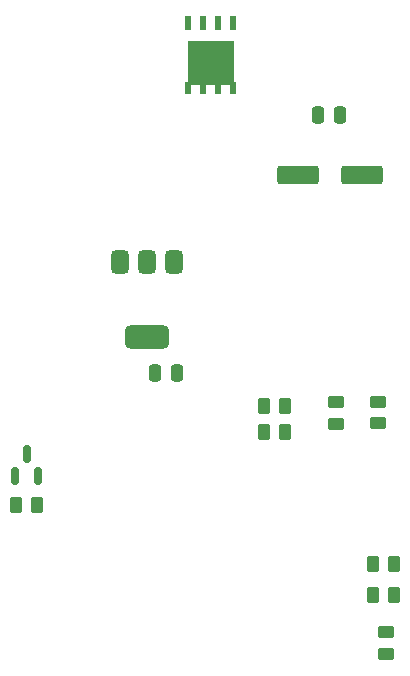
<source format=gbr>
%TF.GenerationSoftware,KiCad,Pcbnew,8.0.4*%
%TF.CreationDate,2025-02-03T15:53:43-05:00*%
%TF.ProjectId,AerospaceBigButton,4165726f-7370-4616-9365-426967427574,rev?*%
%TF.SameCoordinates,Original*%
%TF.FileFunction,Paste,Top*%
%TF.FilePolarity,Positive*%
%FSLAX46Y46*%
G04 Gerber Fmt 4.6, Leading zero omitted, Abs format (unit mm)*
G04 Created by KiCad (PCBNEW 8.0.4) date 2025-02-03 15:53:43*
%MOMM*%
%LPD*%
G01*
G04 APERTURE LIST*
G04 Aperture macros list*
%AMRoundRect*
0 Rectangle with rounded corners*
0 $1 Rounding radius*
0 $2 $3 $4 $5 $6 $7 $8 $9 X,Y pos of 4 corners*
0 Add a 4 corners polygon primitive as box body*
4,1,4,$2,$3,$4,$5,$6,$7,$8,$9,$2,$3,0*
0 Add four circle primitives for the rounded corners*
1,1,$1+$1,$2,$3*
1,1,$1+$1,$4,$5*
1,1,$1+$1,$6,$7*
1,1,$1+$1,$8,$9*
0 Add four rect primitives between the rounded corners*
20,1,$1+$1,$2,$3,$4,$5,0*
20,1,$1+$1,$4,$5,$6,$7,0*
20,1,$1+$1,$6,$7,$8,$9,0*
20,1,$1+$1,$8,$9,$2,$3,0*%
G04 Aperture macros list end*
%ADD10RoundRect,0.250000X-0.262500X-0.450000X0.262500X-0.450000X0.262500X0.450000X-0.262500X0.450000X0*%
%ADD11RoundRect,0.150000X0.150000X-0.587500X0.150000X0.587500X-0.150000X0.587500X-0.150000X-0.587500X0*%
%ADD12RoundRect,0.250000X-0.450000X0.262500X-0.450000X-0.262500X0.450000X-0.262500X0.450000X0.262500X0*%
%ADD13RoundRect,0.250000X0.450000X-0.262500X0.450000X0.262500X-0.450000X0.262500X-0.450000X-0.262500X0*%
%ADD14RoundRect,0.250000X0.262500X0.450000X-0.262500X0.450000X-0.262500X-0.450000X0.262500X-0.450000X0*%
%ADD15RoundRect,0.375000X-0.375000X0.625000X-0.375000X-0.625000X0.375000X-0.625000X0.375000X0.625000X0*%
%ADD16RoundRect,0.500000X-1.400000X0.500000X-1.400000X-0.500000X1.400000X-0.500000X1.400000X0.500000X0*%
%ADD17R,0.610000X1.270000*%
%ADD18R,3.910000X3.810000*%
%ADD19R,0.610000X1.020000*%
%ADD20RoundRect,0.250000X-0.250000X-0.475000X0.250000X-0.475000X0.250000X0.475000X-0.250000X0.475000X0*%
%ADD21RoundRect,0.250000X-1.500000X-0.550000X1.500000X-0.550000X1.500000X0.550000X-1.500000X0.550000X0*%
G04 APERTURE END LIST*
D10*
%TO.C,R6*%
X56512500Y-66000000D03*
X54687500Y-66000000D03*
%TD*%
D11*
%TO.C,Q2*%
X54650000Y-63537500D03*
X56550000Y-63537500D03*
X55600000Y-61662500D03*
%TD*%
D12*
%TO.C,R9*%
X81800000Y-57287500D03*
X81800000Y-59112500D03*
%TD*%
%TO.C,R8*%
X85320000Y-57252500D03*
X85320000Y-59077500D03*
%TD*%
D13*
%TO.C,R1*%
X86000000Y-78600000D03*
X86000000Y-76775000D03*
%TD*%
D14*
%TO.C,R5*%
X86712500Y-73600000D03*
X84887500Y-73600000D03*
%TD*%
D10*
%TO.C,R3*%
X75687500Y-59800000D03*
X77512500Y-59800000D03*
%TD*%
D15*
%TO.C,U1*%
X68100000Y-45450000D03*
X65800000Y-45450000D03*
D16*
X65800000Y-51750000D03*
D15*
X63500000Y-45450000D03*
%TD*%
D17*
%TO.C,Q1*%
X73110000Y-25200000D03*
X71840000Y-25200000D03*
X70570000Y-25200000D03*
X69300000Y-25200000D03*
D18*
X71205000Y-28560000D03*
D19*
X73110000Y-30665000D03*
X71840000Y-30665000D03*
X70570000Y-30665000D03*
X69300000Y-30665000D03*
%TD*%
D20*
%TO.C,C2*%
X66450000Y-54800000D03*
X68350000Y-54800000D03*
%TD*%
D21*
%TO.C,C3*%
X78580000Y-38100000D03*
X83980000Y-38100000D03*
%TD*%
D10*
%TO.C,R4*%
X84887500Y-71000000D03*
X86712500Y-71000000D03*
%TD*%
D20*
%TO.C,C1*%
X80250000Y-33000000D03*
X82150000Y-33000000D03*
%TD*%
D10*
%TO.C,R2*%
X75687500Y-57600000D03*
X77512500Y-57600000D03*
%TD*%
M02*

</source>
